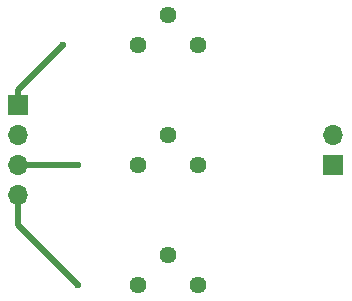
<source format=gtl>
G04 #@! TF.FileFunction,Copper,L1,Top,Signal*
%FSLAX46Y46*%
G04 Gerber Fmt 4.6, Leading zero omitted, Abs format (unit mm)*
G04 Created by KiCad (PCBNEW 4.0.7) date 01/16/19 16:16:52*
%MOMM*%
%LPD*%
G01*
G04 APERTURE LIST*
%ADD10C,0.100000*%
%ADD11R,1.700000X1.700000*%
%ADD12O,1.700000X1.700000*%
%ADD13C,1.440000*%
%ADD14C,0.600000*%
%ADD15C,0.508000*%
G04 APERTURE END LIST*
D10*
D11*
X116840000Y-96520000D03*
D12*
X116840000Y-99060000D03*
X116840000Y-101600000D03*
X116840000Y-104140000D03*
D11*
X143510000Y-101600000D03*
D12*
X143510000Y-99060000D03*
D13*
X127000000Y-101600000D03*
X129540000Y-99060000D03*
X132080000Y-101600000D03*
X127000000Y-111760000D03*
X129540000Y-109220000D03*
X132080000Y-111760000D03*
X127000000Y-91440000D03*
X129540000Y-88900000D03*
X132080000Y-91440000D03*
D14*
X120650000Y-91440000D03*
X121920000Y-101600000D03*
X121920000Y-111760000D03*
D15*
X116840000Y-95250000D02*
X116840000Y-96520000D01*
X120650000Y-91440000D02*
X116840000Y-95250000D01*
X121920000Y-101600000D02*
X116840000Y-101600000D01*
X116840000Y-106680000D02*
X116840000Y-104140000D01*
X121920000Y-111760000D02*
X116840000Y-106680000D01*
M02*

</source>
